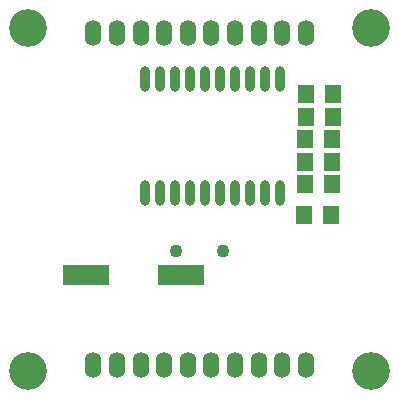
<source format=gbs>
G04 Layer_Color=16711935*
%FSLAX44Y44*%
%MOMM*%
G71*
G01*
G75*
%ADD24C,1.1032*%
%ADD25O,1.4032X2.2032*%
%ADD26C,3.2032*%
%ADD27R,1.4732X1.6002*%
%ADD28R,3.9532X1.7032*%
%ADD29O,0.8032X2.2032*%
D24*
X-250000Y195000D02*
D03*
X-210000D02*
D03*
D25*
X-140000Y380000D02*
D03*
X-160000D02*
D03*
X-180000D02*
D03*
X-200000D02*
D03*
X-220000D02*
D03*
X-240000D02*
D03*
X-260000D02*
D03*
X-280000D02*
D03*
X-300000D02*
D03*
X-320000D02*
D03*
Y99000D02*
D03*
X-300000D02*
D03*
X-280000D02*
D03*
X-260000D02*
D03*
X-240000D02*
D03*
X-220000D02*
D03*
X-200000D02*
D03*
X-180000D02*
D03*
X-160000D02*
D03*
X-140000D02*
D03*
D26*
X-374890Y384030D02*
D03*
X-84890D02*
D03*
Y94030D02*
D03*
X-374890D02*
D03*
D27*
X-141430Y226000D02*
D03*
X-118570D02*
D03*
X-140000Y309000D02*
D03*
X-117140D02*
D03*
X-140430Y290000D02*
D03*
X-117570D02*
D03*
X-140430Y271000D02*
D03*
X-117570D02*
D03*
X-140430Y252000D02*
D03*
X-117570D02*
D03*
X-140000Y328000D02*
D03*
X-117140D02*
D03*
D28*
X-326000Y175000D02*
D03*
X-246000D02*
D03*
D29*
X-225100Y341000D02*
D03*
X-212400D02*
D03*
X-199700D02*
D03*
X-187000D02*
D03*
X-174300D02*
D03*
X-161600Y244480D02*
D03*
X-174300D02*
D03*
X-187000D02*
D03*
X-199700D02*
D03*
X-212400D02*
D03*
X-275900Y341000D02*
D03*
Y244480D02*
D03*
X-250500D02*
D03*
X-225100D02*
D03*
X-237800D02*
D03*
X-263200Y341000D02*
D03*
X-250500D02*
D03*
X-237800D02*
D03*
X-263200Y244480D02*
D03*
X-161600Y341000D02*
D03*
M02*

</source>
